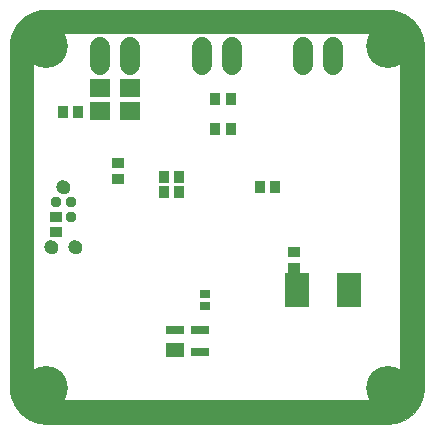
<source format=gbs>
G04 EAGLE Gerber RS-274X export*
G75*
%MOMM*%
%FSLAX35Y35*%
%LPD*%
%INsolder_mask_bottom*%
%IPPOS*%
%AMOC8*
5,1,8,0,0,1.08239X$1,22.5*%
G01*
%ADD10C,0.000000*%
%ADD11C,2.000000*%
%ADD12R,0.903200X1.103200*%
%ADD13R,1.103200X0.903200*%
%ADD14R,1.513200X1.143200*%
%ADD15R,1.513200X0.753200*%
%ADD16R,0.903200X0.803200*%
%ADD17R,1.703200X1.503200*%
%ADD18R,2.003200X2.903200*%
%ADD19C,1.193800*%
%ADD20C,1.727200*%
%ADD21C,3.719200*%
%ADD22C,0.953200*%


D10*
X100Y3199800D02*
X100Y299800D01*
X188Y292551D01*
X450Y285306D01*
X888Y278070D01*
X1501Y270846D01*
X2287Y263639D01*
X3248Y256453D01*
X4382Y249293D01*
X5689Y242162D01*
X7168Y235065D01*
X8817Y228005D01*
X10637Y220988D01*
X12626Y214016D01*
X14783Y207095D01*
X17106Y200228D01*
X19595Y193419D01*
X22248Y186672D01*
X25062Y179991D01*
X28038Y173380D01*
X31172Y166843D01*
X34463Y160383D01*
X37910Y154005D01*
X41509Y147712D01*
X45260Y141508D01*
X49159Y135396D01*
X53205Y129381D01*
X57395Y123464D01*
X61727Y117651D01*
X66198Y111944D01*
X70805Y106347D01*
X75547Y100863D01*
X80419Y95495D01*
X85420Y90247D01*
X90547Y85120D01*
X95795Y80119D01*
X101163Y75247D01*
X106647Y70505D01*
X112244Y65898D01*
X117951Y61427D01*
X123764Y57095D01*
X129681Y52905D01*
X135696Y48859D01*
X141808Y44960D01*
X148012Y41209D01*
X154305Y37610D01*
X160683Y34163D01*
X167143Y30872D01*
X173680Y27738D01*
X180291Y24762D01*
X186972Y21948D01*
X193719Y19295D01*
X200528Y16806D01*
X207395Y14483D01*
X214316Y12326D01*
X221288Y10337D01*
X228305Y8517D01*
X235365Y6868D01*
X242462Y5389D01*
X249593Y4082D01*
X256753Y2948D01*
X263939Y1987D01*
X271146Y1201D01*
X278370Y588D01*
X285606Y150D01*
X292851Y-112D01*
X300100Y-200D01*
X3200100Y-200D01*
X3207349Y-112D01*
X3214594Y150D01*
X3221830Y588D01*
X3229054Y1201D01*
X3236261Y1987D01*
X3243447Y2948D01*
X3250607Y4082D01*
X3257738Y5389D01*
X3264835Y6868D01*
X3271895Y8517D01*
X3278912Y10337D01*
X3285884Y12326D01*
X3292805Y14483D01*
X3299672Y16806D01*
X3306481Y19295D01*
X3313228Y21948D01*
X3319909Y24762D01*
X3326520Y27738D01*
X3333057Y30872D01*
X3339517Y34163D01*
X3345895Y37610D01*
X3352188Y41209D01*
X3358392Y44960D01*
X3364504Y48859D01*
X3370519Y52905D01*
X3376436Y57095D01*
X3382249Y61427D01*
X3387956Y65898D01*
X3393553Y70505D01*
X3399037Y75247D01*
X3404405Y80119D01*
X3409653Y85120D01*
X3414780Y90247D01*
X3419781Y95495D01*
X3424653Y100863D01*
X3429395Y106347D01*
X3434002Y111944D01*
X3438473Y117651D01*
X3442805Y123464D01*
X3446995Y129381D01*
X3451041Y135396D01*
X3454940Y141508D01*
X3458691Y147712D01*
X3462290Y154005D01*
X3465737Y160383D01*
X3469028Y166843D01*
X3472162Y173380D01*
X3475138Y179991D01*
X3477952Y186672D01*
X3480605Y193419D01*
X3483094Y200228D01*
X3485417Y207095D01*
X3487574Y214016D01*
X3489563Y220988D01*
X3491383Y228005D01*
X3493032Y235065D01*
X3494511Y242162D01*
X3495818Y249293D01*
X3496952Y256453D01*
X3497913Y263639D01*
X3498699Y270846D01*
X3499312Y278070D01*
X3499750Y285306D01*
X3500012Y292551D01*
X3500100Y299800D01*
X3500100Y3199800D01*
X3500012Y3207049D01*
X3499750Y3214294D01*
X3499312Y3221530D01*
X3498699Y3228754D01*
X3497913Y3235961D01*
X3496952Y3243147D01*
X3495818Y3250307D01*
X3494511Y3257438D01*
X3493032Y3264535D01*
X3491383Y3271595D01*
X3489563Y3278612D01*
X3487574Y3285584D01*
X3485417Y3292505D01*
X3483094Y3299372D01*
X3480605Y3306181D01*
X3477952Y3312928D01*
X3475138Y3319609D01*
X3472162Y3326220D01*
X3469028Y3332757D01*
X3465737Y3339217D01*
X3462290Y3345595D01*
X3458691Y3351888D01*
X3454940Y3358092D01*
X3451041Y3364204D01*
X3446995Y3370219D01*
X3442805Y3376136D01*
X3438473Y3381949D01*
X3434002Y3387656D01*
X3429395Y3393253D01*
X3424653Y3398737D01*
X3419781Y3404105D01*
X3414780Y3409353D01*
X3409653Y3414480D01*
X3404405Y3419481D01*
X3399037Y3424353D01*
X3393553Y3429095D01*
X3387956Y3433702D01*
X3382249Y3438173D01*
X3376436Y3442505D01*
X3370519Y3446695D01*
X3364504Y3450741D01*
X3358392Y3454640D01*
X3352188Y3458391D01*
X3345895Y3461990D01*
X3339517Y3465437D01*
X3333057Y3468728D01*
X3326520Y3471862D01*
X3319909Y3474838D01*
X3313228Y3477652D01*
X3306481Y3480305D01*
X3299672Y3482794D01*
X3292805Y3485117D01*
X3285884Y3487274D01*
X3278912Y3489263D01*
X3271895Y3491083D01*
X3264835Y3492732D01*
X3257738Y3494211D01*
X3250607Y3495518D01*
X3243447Y3496652D01*
X3236261Y3497613D01*
X3229054Y3498399D01*
X3221830Y3499012D01*
X3214594Y3499450D01*
X3207349Y3499712D01*
X3200100Y3499800D01*
X300100Y3499800D01*
X292851Y3499712D01*
X285606Y3499450D01*
X278370Y3499012D01*
X271146Y3498399D01*
X263939Y3497613D01*
X256753Y3496652D01*
X249593Y3495518D01*
X242462Y3494211D01*
X235365Y3492732D01*
X228305Y3491083D01*
X221288Y3489263D01*
X214316Y3487274D01*
X207395Y3485117D01*
X200528Y3482794D01*
X193719Y3480305D01*
X186972Y3477652D01*
X180291Y3474838D01*
X173680Y3471862D01*
X167143Y3468728D01*
X160683Y3465437D01*
X154305Y3461990D01*
X148012Y3458391D01*
X141808Y3454640D01*
X135696Y3450741D01*
X129681Y3446695D01*
X123764Y3442505D01*
X117951Y3438173D01*
X112244Y3433702D01*
X106647Y3429095D01*
X101163Y3424353D01*
X95795Y3419481D01*
X90547Y3414480D01*
X85420Y3409353D01*
X80419Y3404105D01*
X75547Y3398737D01*
X70805Y3393253D01*
X66198Y3387656D01*
X61727Y3381949D01*
X57395Y3376136D01*
X53205Y3370219D01*
X49159Y3364204D01*
X45260Y3358092D01*
X41509Y3351888D01*
X37910Y3345595D01*
X34463Y3339217D01*
X31172Y3332757D01*
X28038Y3326220D01*
X25062Y3319609D01*
X22248Y3312928D01*
X19595Y3306181D01*
X17106Y3299372D01*
X14783Y3292505D01*
X12626Y3285584D01*
X10637Y3278612D01*
X8817Y3271595D01*
X7168Y3264535D01*
X5689Y3257438D01*
X4382Y3250307D01*
X3248Y3243147D01*
X2287Y3235961D01*
X1501Y3228754D01*
X888Y3221530D01*
X450Y3214294D01*
X188Y3207049D01*
X100Y3199800D01*
D11*
X300000Y100000D02*
X3200000Y100000D01*
X300000Y100000D02*
X295167Y100058D01*
X290337Y100234D01*
X285513Y100525D01*
X280697Y100934D01*
X275893Y101458D01*
X271102Y102099D01*
X266329Y102855D01*
X261575Y103726D01*
X256843Y104712D01*
X252137Y105812D01*
X247459Y107025D01*
X242811Y108351D01*
X238197Y109789D01*
X233618Y111338D01*
X229079Y112997D01*
X224581Y114765D01*
X220127Y116642D01*
X215720Y118625D01*
X211362Y120715D01*
X207055Y122909D01*
X202803Y125206D01*
X198608Y127606D01*
X194472Y130106D01*
X190397Y132706D01*
X186387Y135403D01*
X182443Y138197D01*
X178567Y141084D01*
X174763Y144065D01*
X171032Y147137D01*
X167375Y150298D01*
X163797Y153546D01*
X160298Y156880D01*
X156880Y160298D01*
X153546Y163797D01*
X150298Y167375D01*
X147137Y171032D01*
X144065Y174763D01*
X141084Y178567D01*
X138197Y182443D01*
X135403Y186387D01*
X132706Y190397D01*
X130106Y194472D01*
X127606Y198608D01*
X125206Y202803D01*
X122909Y207055D01*
X120715Y211362D01*
X118625Y215720D01*
X116642Y220127D01*
X114765Y224581D01*
X112997Y229079D01*
X111338Y233618D01*
X109789Y238197D01*
X108351Y242811D01*
X107025Y247459D01*
X105812Y252137D01*
X104712Y256843D01*
X103726Y261575D01*
X102855Y266329D01*
X102099Y271102D01*
X101458Y275893D01*
X100934Y280697D01*
X100525Y285513D01*
X100234Y290337D01*
X100058Y295167D01*
X100000Y300000D01*
X100000Y3200000D01*
X100058Y3204833D01*
X100234Y3209663D01*
X100525Y3214487D01*
X100934Y3219303D01*
X101458Y3224107D01*
X102099Y3228898D01*
X102855Y3233671D01*
X103726Y3238425D01*
X104712Y3243157D01*
X105812Y3247863D01*
X107025Y3252541D01*
X108351Y3257189D01*
X109789Y3261803D01*
X111338Y3266382D01*
X112997Y3270921D01*
X114765Y3275419D01*
X116642Y3279873D01*
X118625Y3284280D01*
X120715Y3288638D01*
X122909Y3292945D01*
X125206Y3297197D01*
X127606Y3301392D01*
X130106Y3305528D01*
X132706Y3309603D01*
X135403Y3313613D01*
X138197Y3317557D01*
X141084Y3321433D01*
X144065Y3325237D01*
X147137Y3328968D01*
X150298Y3332625D01*
X153546Y3336203D01*
X156880Y3339702D01*
X160298Y3343120D01*
X163797Y3346454D01*
X167375Y3349702D01*
X171032Y3352863D01*
X174763Y3355935D01*
X178567Y3358916D01*
X182443Y3361803D01*
X186387Y3364597D01*
X190397Y3367294D01*
X194472Y3369894D01*
X198608Y3372394D01*
X202803Y3374794D01*
X207055Y3377091D01*
X211362Y3379285D01*
X215720Y3381375D01*
X220127Y3383358D01*
X224581Y3385235D01*
X229079Y3387003D01*
X233618Y3388662D01*
X238197Y3390211D01*
X242811Y3391649D01*
X247459Y3392975D01*
X252137Y3394188D01*
X256843Y3395288D01*
X261575Y3396274D01*
X266329Y3397145D01*
X271102Y3397901D01*
X275893Y3398542D01*
X280697Y3399066D01*
X285513Y3399475D01*
X290337Y3399766D01*
X295167Y3399942D01*
X300000Y3400000D01*
X3200000Y3400000D01*
X3204833Y3399942D01*
X3209663Y3399766D01*
X3214487Y3399475D01*
X3219303Y3399066D01*
X3224107Y3398542D01*
X3228898Y3397901D01*
X3233671Y3397145D01*
X3238425Y3396274D01*
X3243157Y3395288D01*
X3247863Y3394188D01*
X3252541Y3392975D01*
X3257189Y3391649D01*
X3261803Y3390211D01*
X3266382Y3388662D01*
X3270921Y3387003D01*
X3275419Y3385235D01*
X3279873Y3383358D01*
X3284280Y3381375D01*
X3288638Y3379285D01*
X3292945Y3377091D01*
X3297197Y3374794D01*
X3301392Y3372394D01*
X3305528Y3369894D01*
X3309603Y3367294D01*
X3313613Y3364597D01*
X3317557Y3361803D01*
X3321433Y3358916D01*
X3325237Y3355935D01*
X3328968Y3352863D01*
X3332625Y3349702D01*
X3336203Y3346454D01*
X3339702Y3343120D01*
X3343120Y3339702D01*
X3346454Y3336203D01*
X3349702Y3332625D01*
X3352863Y3328968D01*
X3355935Y3325237D01*
X3358916Y3321433D01*
X3361803Y3317557D01*
X3364597Y3313613D01*
X3367294Y3309603D01*
X3369894Y3305528D01*
X3372394Y3301392D01*
X3374794Y3297197D01*
X3377091Y3292945D01*
X3379285Y3288638D01*
X3381375Y3284280D01*
X3383358Y3279873D01*
X3385235Y3275419D01*
X3387003Y3270921D01*
X3388662Y3266382D01*
X3390211Y3261803D01*
X3391649Y3257189D01*
X3392975Y3252541D01*
X3394188Y3247863D01*
X3395288Y3243157D01*
X3396274Y3238425D01*
X3397145Y3233671D01*
X3397901Y3228898D01*
X3398542Y3224107D01*
X3399066Y3219303D01*
X3399475Y3214487D01*
X3399766Y3209663D01*
X3399942Y3204833D01*
X3400000Y3200000D01*
X3400000Y300000D01*
X3399942Y295167D01*
X3399766Y290337D01*
X3399475Y285513D01*
X3399066Y280697D01*
X3398542Y275893D01*
X3397901Y271102D01*
X3397145Y266329D01*
X3396274Y261575D01*
X3395288Y256843D01*
X3394188Y252137D01*
X3392975Y247459D01*
X3391649Y242811D01*
X3390211Y238197D01*
X3388662Y233618D01*
X3387003Y229079D01*
X3385235Y224581D01*
X3383358Y220127D01*
X3381375Y215720D01*
X3379285Y211362D01*
X3377091Y207055D01*
X3374794Y202803D01*
X3372394Y198608D01*
X3369894Y194472D01*
X3367294Y190397D01*
X3364597Y186387D01*
X3361803Y182443D01*
X3358916Y178567D01*
X3355935Y174763D01*
X3352863Y171032D01*
X3349702Y167375D01*
X3346454Y163797D01*
X3343120Y160298D01*
X3339702Y156880D01*
X3336203Y153546D01*
X3332625Y150298D01*
X3328968Y147137D01*
X3325237Y144065D01*
X3321433Y141084D01*
X3317557Y138197D01*
X3313613Y135403D01*
X3309603Y132706D01*
X3305528Y130106D01*
X3301392Y127606D01*
X3297197Y125206D01*
X3292945Y122909D01*
X3288638Y120715D01*
X3284280Y118625D01*
X3279873Y116642D01*
X3275419Y114765D01*
X3270921Y112997D01*
X3266382Y111338D01*
X3261803Y109789D01*
X3257189Y108351D01*
X3252541Y107025D01*
X3247863Y105812D01*
X3243157Y104712D01*
X3238425Y103726D01*
X3233671Y102855D01*
X3228898Y102099D01*
X3224107Y101458D01*
X3219303Y100934D01*
X3214487Y100525D01*
X3209663Y100234D01*
X3204833Y100058D01*
X3200000Y100000D01*
D12*
X1865000Y2748000D03*
X1735000Y2748000D03*
X1735000Y2498000D03*
X1865000Y2498000D03*
X1427500Y2087500D03*
X1297500Y2087500D03*
X2240000Y2000000D03*
X2110000Y2000000D03*
X1427500Y1962500D03*
X1297500Y1962500D03*
D13*
X387500Y1622500D03*
X387500Y1752500D03*
X912500Y2202500D03*
X912500Y2072500D03*
X2400000Y1319500D03*
X2400000Y1449500D03*
D14*
X1394000Y624000D03*
D15*
X1394000Y796000D03*
X1606000Y796000D03*
X1606000Y604000D03*
D16*
X1650000Y1100000D03*
X1650000Y1000000D03*
D17*
X1016000Y2838200D03*
X1016000Y2648200D03*
D18*
X2870000Y1134500D03*
X2430000Y1134500D03*
D10*
X400470Y2000000D02*
X400485Y2001216D01*
X400530Y2002430D01*
X400604Y2003644D01*
X400709Y2004855D01*
X400842Y2006063D01*
X401006Y2007268D01*
X401199Y2008468D01*
X401422Y2009663D01*
X401673Y2010852D01*
X401954Y2012035D01*
X402264Y2013210D01*
X402603Y2014378D01*
X402970Y2015537D01*
X403365Y2016686D01*
X403789Y2017826D01*
X404240Y2018954D01*
X404719Y2020072D01*
X405225Y2021177D01*
X405759Y2022269D01*
X406318Y2023348D01*
X406905Y2024413D01*
X407517Y2025464D01*
X408154Y2026498D01*
X408817Y2027517D01*
X409505Y2028520D01*
X410217Y2029505D01*
X410953Y2030472D01*
X411713Y2031421D01*
X412495Y2032352D01*
X413301Y2033262D01*
X414128Y2034153D01*
X414977Y2035023D01*
X415847Y2035872D01*
X416738Y2036699D01*
X417648Y2037505D01*
X418579Y2038287D01*
X419528Y2039047D01*
X420495Y2039783D01*
X421480Y2040495D01*
X422483Y2041183D01*
X423502Y2041846D01*
X424536Y2042483D01*
X425587Y2043095D01*
X426652Y2043682D01*
X427731Y2044241D01*
X428823Y2044775D01*
X429928Y2045281D01*
X431046Y2045760D01*
X432174Y2046211D01*
X433314Y2046635D01*
X434463Y2047030D01*
X435622Y2047397D01*
X436790Y2047736D01*
X437965Y2048046D01*
X439148Y2048327D01*
X440337Y2048578D01*
X441532Y2048801D01*
X442732Y2048994D01*
X443937Y2049158D01*
X445145Y2049291D01*
X446356Y2049396D01*
X447570Y2049470D01*
X448784Y2049515D01*
X450000Y2049530D01*
X451216Y2049515D01*
X452430Y2049470D01*
X453644Y2049396D01*
X454855Y2049291D01*
X456063Y2049158D01*
X457268Y2048994D01*
X458468Y2048801D01*
X459663Y2048578D01*
X460852Y2048327D01*
X462035Y2048046D01*
X463210Y2047736D01*
X464378Y2047397D01*
X465537Y2047030D01*
X466686Y2046635D01*
X467826Y2046211D01*
X468954Y2045760D01*
X470072Y2045281D01*
X471177Y2044775D01*
X472269Y2044241D01*
X473348Y2043682D01*
X474413Y2043095D01*
X475464Y2042483D01*
X476498Y2041846D01*
X477517Y2041183D01*
X478520Y2040495D01*
X479505Y2039783D01*
X480472Y2039047D01*
X481421Y2038287D01*
X482352Y2037505D01*
X483262Y2036699D01*
X484153Y2035872D01*
X485023Y2035023D01*
X485872Y2034153D01*
X486699Y2033262D01*
X487505Y2032352D01*
X488287Y2031421D01*
X489047Y2030472D01*
X489783Y2029505D01*
X490495Y2028520D01*
X491183Y2027517D01*
X491846Y2026498D01*
X492483Y2025464D01*
X493095Y2024413D01*
X493682Y2023348D01*
X494241Y2022269D01*
X494775Y2021177D01*
X495281Y2020072D01*
X495760Y2018954D01*
X496211Y2017826D01*
X496635Y2016686D01*
X497030Y2015537D01*
X497397Y2014378D01*
X497736Y2013210D01*
X498046Y2012035D01*
X498327Y2010852D01*
X498578Y2009663D01*
X498801Y2008468D01*
X498994Y2007268D01*
X499158Y2006063D01*
X499291Y2004855D01*
X499396Y2003644D01*
X499470Y2002430D01*
X499515Y2001216D01*
X499530Y2000000D01*
X499515Y1998784D01*
X499470Y1997570D01*
X499396Y1996356D01*
X499291Y1995145D01*
X499158Y1993937D01*
X498994Y1992732D01*
X498801Y1991532D01*
X498578Y1990337D01*
X498327Y1989148D01*
X498046Y1987965D01*
X497736Y1986790D01*
X497397Y1985622D01*
X497030Y1984463D01*
X496635Y1983314D01*
X496211Y1982174D01*
X495760Y1981046D01*
X495281Y1979928D01*
X494775Y1978823D01*
X494241Y1977731D01*
X493682Y1976652D01*
X493095Y1975587D01*
X492483Y1974536D01*
X491846Y1973502D01*
X491183Y1972483D01*
X490495Y1971480D01*
X489783Y1970495D01*
X489047Y1969528D01*
X488287Y1968579D01*
X487505Y1967648D01*
X486699Y1966738D01*
X485872Y1965847D01*
X485023Y1964977D01*
X484153Y1964128D01*
X483262Y1963301D01*
X482352Y1962495D01*
X481421Y1961713D01*
X480472Y1960953D01*
X479505Y1960217D01*
X478520Y1959505D01*
X477517Y1958817D01*
X476498Y1958154D01*
X475464Y1957517D01*
X474413Y1956905D01*
X473348Y1956318D01*
X472269Y1955759D01*
X471177Y1955225D01*
X470072Y1954719D01*
X468954Y1954240D01*
X467826Y1953789D01*
X466686Y1953365D01*
X465537Y1952970D01*
X464378Y1952603D01*
X463210Y1952264D01*
X462035Y1951954D01*
X460852Y1951673D01*
X459663Y1951422D01*
X458468Y1951199D01*
X457268Y1951006D01*
X456063Y1950842D01*
X454855Y1950709D01*
X453644Y1950604D01*
X452430Y1950530D01*
X451216Y1950485D01*
X450000Y1950470D01*
X448784Y1950485D01*
X447570Y1950530D01*
X446356Y1950604D01*
X445145Y1950709D01*
X443937Y1950842D01*
X442732Y1951006D01*
X441532Y1951199D01*
X440337Y1951422D01*
X439148Y1951673D01*
X437965Y1951954D01*
X436790Y1952264D01*
X435622Y1952603D01*
X434463Y1952970D01*
X433314Y1953365D01*
X432174Y1953789D01*
X431046Y1954240D01*
X429928Y1954719D01*
X428823Y1955225D01*
X427731Y1955759D01*
X426652Y1956318D01*
X425587Y1956905D01*
X424536Y1957517D01*
X423502Y1958154D01*
X422483Y1958817D01*
X421480Y1959505D01*
X420495Y1960217D01*
X419528Y1960953D01*
X418579Y1961713D01*
X417648Y1962495D01*
X416738Y1963301D01*
X415847Y1964128D01*
X414977Y1964977D01*
X414128Y1965847D01*
X413301Y1966738D01*
X412495Y1967648D01*
X411713Y1968579D01*
X410953Y1969528D01*
X410217Y1970495D01*
X409505Y1971480D01*
X408817Y1972483D01*
X408154Y1973502D01*
X407517Y1974536D01*
X406905Y1975587D01*
X406318Y1976652D01*
X405759Y1977731D01*
X405225Y1978823D01*
X404719Y1979928D01*
X404240Y1981046D01*
X403789Y1982174D01*
X403365Y1983314D01*
X402970Y1984463D01*
X402603Y1985622D01*
X402264Y1986790D01*
X401954Y1987965D01*
X401673Y1989148D01*
X401422Y1990337D01*
X401199Y1991532D01*
X401006Y1992732D01*
X400842Y1993937D01*
X400709Y1995145D01*
X400604Y1996356D01*
X400530Y1997570D01*
X400485Y1998784D01*
X400470Y2000000D01*
D19*
X450000Y2000000D03*
D10*
X298870Y1492000D02*
X298885Y1493216D01*
X298930Y1494430D01*
X299004Y1495644D01*
X299109Y1496855D01*
X299242Y1498063D01*
X299406Y1499268D01*
X299599Y1500468D01*
X299822Y1501663D01*
X300073Y1502852D01*
X300354Y1504035D01*
X300664Y1505210D01*
X301003Y1506378D01*
X301370Y1507537D01*
X301765Y1508686D01*
X302189Y1509826D01*
X302640Y1510954D01*
X303119Y1512072D01*
X303625Y1513177D01*
X304159Y1514269D01*
X304718Y1515348D01*
X305305Y1516413D01*
X305917Y1517464D01*
X306554Y1518498D01*
X307217Y1519517D01*
X307905Y1520520D01*
X308617Y1521505D01*
X309353Y1522472D01*
X310113Y1523421D01*
X310895Y1524352D01*
X311701Y1525262D01*
X312528Y1526153D01*
X313377Y1527023D01*
X314247Y1527872D01*
X315138Y1528699D01*
X316048Y1529505D01*
X316979Y1530287D01*
X317928Y1531047D01*
X318895Y1531783D01*
X319880Y1532495D01*
X320883Y1533183D01*
X321902Y1533846D01*
X322936Y1534483D01*
X323987Y1535095D01*
X325052Y1535682D01*
X326131Y1536241D01*
X327223Y1536775D01*
X328328Y1537281D01*
X329446Y1537760D01*
X330574Y1538211D01*
X331714Y1538635D01*
X332863Y1539030D01*
X334022Y1539397D01*
X335190Y1539736D01*
X336365Y1540046D01*
X337548Y1540327D01*
X338737Y1540578D01*
X339932Y1540801D01*
X341132Y1540994D01*
X342337Y1541158D01*
X343545Y1541291D01*
X344756Y1541396D01*
X345970Y1541470D01*
X347184Y1541515D01*
X348400Y1541530D01*
X349616Y1541515D01*
X350830Y1541470D01*
X352044Y1541396D01*
X353255Y1541291D01*
X354463Y1541158D01*
X355668Y1540994D01*
X356868Y1540801D01*
X358063Y1540578D01*
X359252Y1540327D01*
X360435Y1540046D01*
X361610Y1539736D01*
X362778Y1539397D01*
X363937Y1539030D01*
X365086Y1538635D01*
X366226Y1538211D01*
X367354Y1537760D01*
X368472Y1537281D01*
X369577Y1536775D01*
X370669Y1536241D01*
X371748Y1535682D01*
X372813Y1535095D01*
X373864Y1534483D01*
X374898Y1533846D01*
X375917Y1533183D01*
X376920Y1532495D01*
X377905Y1531783D01*
X378872Y1531047D01*
X379821Y1530287D01*
X380752Y1529505D01*
X381662Y1528699D01*
X382553Y1527872D01*
X383423Y1527023D01*
X384272Y1526153D01*
X385099Y1525262D01*
X385905Y1524352D01*
X386687Y1523421D01*
X387447Y1522472D01*
X388183Y1521505D01*
X388895Y1520520D01*
X389583Y1519517D01*
X390246Y1518498D01*
X390883Y1517464D01*
X391495Y1516413D01*
X392082Y1515348D01*
X392641Y1514269D01*
X393175Y1513177D01*
X393681Y1512072D01*
X394160Y1510954D01*
X394611Y1509826D01*
X395035Y1508686D01*
X395430Y1507537D01*
X395797Y1506378D01*
X396136Y1505210D01*
X396446Y1504035D01*
X396727Y1502852D01*
X396978Y1501663D01*
X397201Y1500468D01*
X397394Y1499268D01*
X397558Y1498063D01*
X397691Y1496855D01*
X397796Y1495644D01*
X397870Y1494430D01*
X397915Y1493216D01*
X397930Y1492000D01*
X397915Y1490784D01*
X397870Y1489570D01*
X397796Y1488356D01*
X397691Y1487145D01*
X397558Y1485937D01*
X397394Y1484732D01*
X397201Y1483532D01*
X396978Y1482337D01*
X396727Y1481148D01*
X396446Y1479965D01*
X396136Y1478790D01*
X395797Y1477622D01*
X395430Y1476463D01*
X395035Y1475314D01*
X394611Y1474174D01*
X394160Y1473046D01*
X393681Y1471928D01*
X393175Y1470823D01*
X392641Y1469731D01*
X392082Y1468652D01*
X391495Y1467587D01*
X390883Y1466536D01*
X390246Y1465502D01*
X389583Y1464483D01*
X388895Y1463480D01*
X388183Y1462495D01*
X387447Y1461528D01*
X386687Y1460579D01*
X385905Y1459648D01*
X385099Y1458738D01*
X384272Y1457847D01*
X383423Y1456977D01*
X382553Y1456128D01*
X381662Y1455301D01*
X380752Y1454495D01*
X379821Y1453713D01*
X378872Y1452953D01*
X377905Y1452217D01*
X376920Y1451505D01*
X375917Y1450817D01*
X374898Y1450154D01*
X373864Y1449517D01*
X372813Y1448905D01*
X371748Y1448318D01*
X370669Y1447759D01*
X369577Y1447225D01*
X368472Y1446719D01*
X367354Y1446240D01*
X366226Y1445789D01*
X365086Y1445365D01*
X363937Y1444970D01*
X362778Y1444603D01*
X361610Y1444264D01*
X360435Y1443954D01*
X359252Y1443673D01*
X358063Y1443422D01*
X356868Y1443199D01*
X355668Y1443006D01*
X354463Y1442842D01*
X353255Y1442709D01*
X352044Y1442604D01*
X350830Y1442530D01*
X349616Y1442485D01*
X348400Y1442470D01*
X347184Y1442485D01*
X345970Y1442530D01*
X344756Y1442604D01*
X343545Y1442709D01*
X342337Y1442842D01*
X341132Y1443006D01*
X339932Y1443199D01*
X338737Y1443422D01*
X337548Y1443673D01*
X336365Y1443954D01*
X335190Y1444264D01*
X334022Y1444603D01*
X332863Y1444970D01*
X331714Y1445365D01*
X330574Y1445789D01*
X329446Y1446240D01*
X328328Y1446719D01*
X327223Y1447225D01*
X326131Y1447759D01*
X325052Y1448318D01*
X323987Y1448905D01*
X322936Y1449517D01*
X321902Y1450154D01*
X320883Y1450817D01*
X319880Y1451505D01*
X318895Y1452217D01*
X317928Y1452953D01*
X316979Y1453713D01*
X316048Y1454495D01*
X315138Y1455301D01*
X314247Y1456128D01*
X313377Y1456977D01*
X312528Y1457847D01*
X311701Y1458738D01*
X310895Y1459648D01*
X310113Y1460579D01*
X309353Y1461528D01*
X308617Y1462495D01*
X307905Y1463480D01*
X307217Y1464483D01*
X306554Y1465502D01*
X305917Y1466536D01*
X305305Y1467587D01*
X304718Y1468652D01*
X304159Y1469731D01*
X303625Y1470823D01*
X303119Y1471928D01*
X302640Y1473046D01*
X302189Y1474174D01*
X301765Y1475314D01*
X301370Y1476463D01*
X301003Y1477622D01*
X300664Y1478790D01*
X300354Y1479965D01*
X300073Y1481148D01*
X299822Y1482337D01*
X299599Y1483532D01*
X299406Y1484732D01*
X299242Y1485937D01*
X299109Y1487145D01*
X299004Y1488356D01*
X298930Y1489570D01*
X298885Y1490784D01*
X298870Y1492000D01*
D19*
X348400Y1492000D03*
D10*
X502070Y1492000D02*
X502085Y1493216D01*
X502130Y1494430D01*
X502204Y1495644D01*
X502309Y1496855D01*
X502442Y1498063D01*
X502606Y1499268D01*
X502799Y1500468D01*
X503022Y1501663D01*
X503273Y1502852D01*
X503554Y1504035D01*
X503864Y1505210D01*
X504203Y1506378D01*
X504570Y1507537D01*
X504965Y1508686D01*
X505389Y1509826D01*
X505840Y1510954D01*
X506319Y1512072D01*
X506825Y1513177D01*
X507359Y1514269D01*
X507918Y1515348D01*
X508505Y1516413D01*
X509117Y1517464D01*
X509754Y1518498D01*
X510417Y1519517D01*
X511105Y1520520D01*
X511817Y1521505D01*
X512553Y1522472D01*
X513313Y1523421D01*
X514095Y1524352D01*
X514901Y1525262D01*
X515728Y1526153D01*
X516577Y1527023D01*
X517447Y1527872D01*
X518338Y1528699D01*
X519248Y1529505D01*
X520179Y1530287D01*
X521128Y1531047D01*
X522095Y1531783D01*
X523080Y1532495D01*
X524083Y1533183D01*
X525102Y1533846D01*
X526136Y1534483D01*
X527187Y1535095D01*
X528252Y1535682D01*
X529331Y1536241D01*
X530423Y1536775D01*
X531528Y1537281D01*
X532646Y1537760D01*
X533774Y1538211D01*
X534914Y1538635D01*
X536063Y1539030D01*
X537222Y1539397D01*
X538390Y1539736D01*
X539565Y1540046D01*
X540748Y1540327D01*
X541937Y1540578D01*
X543132Y1540801D01*
X544332Y1540994D01*
X545537Y1541158D01*
X546745Y1541291D01*
X547956Y1541396D01*
X549170Y1541470D01*
X550384Y1541515D01*
X551600Y1541530D01*
X552816Y1541515D01*
X554030Y1541470D01*
X555244Y1541396D01*
X556455Y1541291D01*
X557663Y1541158D01*
X558868Y1540994D01*
X560068Y1540801D01*
X561263Y1540578D01*
X562452Y1540327D01*
X563635Y1540046D01*
X564810Y1539736D01*
X565978Y1539397D01*
X567137Y1539030D01*
X568286Y1538635D01*
X569426Y1538211D01*
X570554Y1537760D01*
X571672Y1537281D01*
X572777Y1536775D01*
X573869Y1536241D01*
X574948Y1535682D01*
X576013Y1535095D01*
X577064Y1534483D01*
X578098Y1533846D01*
X579117Y1533183D01*
X580120Y1532495D01*
X581105Y1531783D01*
X582072Y1531047D01*
X583021Y1530287D01*
X583952Y1529505D01*
X584862Y1528699D01*
X585753Y1527872D01*
X586623Y1527023D01*
X587472Y1526153D01*
X588299Y1525262D01*
X589105Y1524352D01*
X589887Y1523421D01*
X590647Y1522472D01*
X591383Y1521505D01*
X592095Y1520520D01*
X592783Y1519517D01*
X593446Y1518498D01*
X594083Y1517464D01*
X594695Y1516413D01*
X595282Y1515348D01*
X595841Y1514269D01*
X596375Y1513177D01*
X596881Y1512072D01*
X597360Y1510954D01*
X597811Y1509826D01*
X598235Y1508686D01*
X598630Y1507537D01*
X598997Y1506378D01*
X599336Y1505210D01*
X599646Y1504035D01*
X599927Y1502852D01*
X600178Y1501663D01*
X600401Y1500468D01*
X600594Y1499268D01*
X600758Y1498063D01*
X600891Y1496855D01*
X600996Y1495644D01*
X601070Y1494430D01*
X601115Y1493216D01*
X601130Y1492000D01*
X601115Y1490784D01*
X601070Y1489570D01*
X600996Y1488356D01*
X600891Y1487145D01*
X600758Y1485937D01*
X600594Y1484732D01*
X600401Y1483532D01*
X600178Y1482337D01*
X599927Y1481148D01*
X599646Y1479965D01*
X599336Y1478790D01*
X598997Y1477622D01*
X598630Y1476463D01*
X598235Y1475314D01*
X597811Y1474174D01*
X597360Y1473046D01*
X596881Y1471928D01*
X596375Y1470823D01*
X595841Y1469731D01*
X595282Y1468652D01*
X594695Y1467587D01*
X594083Y1466536D01*
X593446Y1465502D01*
X592783Y1464483D01*
X592095Y1463480D01*
X591383Y1462495D01*
X590647Y1461528D01*
X589887Y1460579D01*
X589105Y1459648D01*
X588299Y1458738D01*
X587472Y1457847D01*
X586623Y1456977D01*
X585753Y1456128D01*
X584862Y1455301D01*
X583952Y1454495D01*
X583021Y1453713D01*
X582072Y1452953D01*
X581105Y1452217D01*
X580120Y1451505D01*
X579117Y1450817D01*
X578098Y1450154D01*
X577064Y1449517D01*
X576013Y1448905D01*
X574948Y1448318D01*
X573869Y1447759D01*
X572777Y1447225D01*
X571672Y1446719D01*
X570554Y1446240D01*
X569426Y1445789D01*
X568286Y1445365D01*
X567137Y1444970D01*
X565978Y1444603D01*
X564810Y1444264D01*
X563635Y1443954D01*
X562452Y1443673D01*
X561263Y1443422D01*
X560068Y1443199D01*
X558868Y1443006D01*
X557663Y1442842D01*
X556455Y1442709D01*
X555244Y1442604D01*
X554030Y1442530D01*
X552816Y1442485D01*
X551600Y1442470D01*
X550384Y1442485D01*
X549170Y1442530D01*
X547956Y1442604D01*
X546745Y1442709D01*
X545537Y1442842D01*
X544332Y1443006D01*
X543132Y1443199D01*
X541937Y1443422D01*
X540748Y1443673D01*
X539565Y1443954D01*
X538390Y1444264D01*
X537222Y1444603D01*
X536063Y1444970D01*
X534914Y1445365D01*
X533774Y1445789D01*
X532646Y1446240D01*
X531528Y1446719D01*
X530423Y1447225D01*
X529331Y1447759D01*
X528252Y1448318D01*
X527187Y1448905D01*
X526136Y1449517D01*
X525102Y1450154D01*
X524083Y1450817D01*
X523080Y1451505D01*
X522095Y1452217D01*
X521128Y1452953D01*
X520179Y1453713D01*
X519248Y1454495D01*
X518338Y1455301D01*
X517447Y1456128D01*
X516577Y1456977D01*
X515728Y1457847D01*
X514901Y1458738D01*
X514095Y1459648D01*
X513313Y1460579D01*
X512553Y1461528D01*
X511817Y1462495D01*
X511105Y1463480D01*
X510417Y1464483D01*
X509754Y1465502D01*
X509117Y1466536D01*
X508505Y1467587D01*
X507918Y1468652D01*
X507359Y1469731D01*
X506825Y1470823D01*
X506319Y1471928D01*
X505840Y1473046D01*
X505389Y1474174D01*
X504965Y1475314D01*
X504570Y1476463D01*
X504203Y1477622D01*
X503864Y1478790D01*
X503554Y1479965D01*
X503273Y1481148D01*
X503022Y1482337D01*
X502799Y1483532D01*
X502606Y1484732D01*
X502442Y1485937D01*
X502309Y1487145D01*
X502204Y1488356D01*
X502130Y1489570D01*
X502085Y1490784D01*
X502070Y1492000D01*
D19*
X551600Y1492000D03*
D20*
X1016000Y3035300D02*
X1016000Y3187700D01*
X762000Y3187700D02*
X762000Y3035300D01*
X1873250Y3035300D02*
X1873250Y3187700D01*
X1619250Y3187700D02*
X1619250Y3035300D01*
X2730500Y3035300D02*
X2730500Y3187700D01*
X2476500Y3187700D02*
X2476500Y3035300D01*
D17*
X762000Y2648200D03*
X762000Y2838200D03*
D12*
X573000Y2641600D03*
X443000Y2641600D03*
D21*
X300000Y3200000D03*
X3200000Y3200000D03*
X300000Y300000D03*
X3200000Y300000D03*
D22*
X386000Y1619000D03*
X386000Y1873250D03*
X514000Y1873000D03*
X386000Y1746000D03*
X514000Y1746000D03*
M02*

</source>
